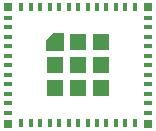
<source format=gbr>
%TF.GenerationSoftware,KiCad,Pcbnew,9.0.7*%
%TF.CreationDate,2026-02-08T13:13:29-05:00*%
%TF.ProjectId,esp32-pico,65737033-322d-4706-9963-6f2e6b696361,rev?*%
%TF.SameCoordinates,Original*%
%TF.FileFunction,Copper,L1,Top*%
%TF.FilePolarity,Positive*%
%FSLAX46Y46*%
G04 Gerber Fmt 4.6, Leading zero omitted, Abs format (unit mm)*
G04 Created by KiCad (PCBNEW 9.0.7) date 2026-02-08 13:13:29*
%MOMM*%
%LPD*%
G01*
G04 APERTURE LIST*
G04 Aperture macros list*
%AMFreePoly0*
4,1,14,0.728536,0.728536,0.730000,0.725000,0.730000,-0.725000,0.728536,-0.728536,0.725000,-0.730000,-0.725000,-0.730000,-0.728536,-0.728536,-0.730000,-0.725000,-0.730000,0.125000,-0.728536,0.128536,-0.128536,0.728536,-0.125000,0.730000,0.725000,0.730000,0.728536,0.728536,0.728536,0.728536,$1*%
G04 Aperture macros list end*
%TA.AperFunction,SMDPad,CuDef*%
%ADD10R,0.800000X0.400000*%
%TD*%
%TA.AperFunction,SMDPad,CuDef*%
%ADD11R,0.700000X0.700000*%
%TD*%
%TA.AperFunction,SMDPad,CuDef*%
%ADD12R,0.400000X0.800000*%
%TD*%
%TA.AperFunction,SMDPad,CuDef*%
%ADD13R,1.450000X1.450000*%
%TD*%
%TA.AperFunction,SMDPad,CuDef*%
%ADD14FreePoly0,0.000000*%
%TD*%
G04 APERTURE END LIST*
D10*
%TO.P,U1,1,GND*%
%TO.N,GND*%
X144150000Y-96050000D03*
%TO.P,U1,2,GND*%
X144150000Y-96850000D03*
%TO.P,U1,3,3V3*%
%TO.N,unconnected-(U1-3V3-Pad3)*%
X144150000Y-97650000D03*
%TO.P,U1,4,I36*%
%TO.N,unconnected-(U1-I36-Pad4)*%
X144150000Y-98450000D03*
%TO.P,U1,5,I37*%
%TO.N,unconnected-(U1-I37-Pad5)*%
X144150000Y-99250000D03*
%TO.P,U1,6,I38*%
%TO.N,unconnected-(U1-I38-Pad6)*%
X144150000Y-100050000D03*
%TO.P,U1,7,I39*%
%TO.N,unconnected-(U1-I39-Pad7)*%
X144150000Y-100850000D03*
%TO.P,U1,8,EN*%
%TO.N,unconnected-(U1-EN-Pad8)*%
X144150000Y-101650000D03*
%TO.P,U1,9,I34*%
%TO.N,unconnected-(U1-I34-Pad9)*%
X144150000Y-102450000D03*
%TO.P,U1,10,I35*%
%TO.N,unconnected-(U1-I35-Pad10)*%
X144150000Y-103250000D03*
%TO.P,U1,11,GND*%
%TO.N,GND*%
X144150000Y-104050000D03*
D11*
%TO.P,U1,53,GND*%
X144100000Y-95100000D03*
%TO.P,U1,52,GND*%
X144100000Y-105000000D03*
%TO.P,U1,50,GND*%
X156000000Y-95100000D03*
%TO.P,U1,51,GND*%
X156000000Y-105000000D03*
D10*
%TO.P,U1,35,IO21*%
%TO.N,unconnected-(U1-IO21-Pad35)*%
X155950000Y-96050000D03*
%TO.P,U1,34,IO22*%
%TO.N,unconnected-(U1-IO22-Pad34)*%
X155950000Y-96850000D03*
%TO.P,U1,33,IO19*%
%TO.N,unconnected-(U1-IO19-Pad33)*%
X155950000Y-97650000D03*
%TO.P,U1,32,NC*%
%TO.N,unconnected-(U1-NC-Pad32)*%
X155950000Y-98450000D03*
%TO.P,U1,31,TXD0*%
%TO.N,unconnected-(U1-TXD0-Pad31)*%
X155950000Y-99250000D03*
%TO.P,U1,30,RXD0*%
%TO.N,unconnected-(U1-RXD0-Pad30)*%
X155950000Y-100050000D03*
%TO.P,U1,29,IO5*%
%TO.N,unconnected-(U1-IO5-Pad29)*%
X155950000Y-100850000D03*
%TO.P,U1,28,IO8*%
%TO.N,unconnected-(U1-IO8-Pad28)*%
X155950000Y-101650000D03*
%TO.P,U1,27,IO7*%
%TO.N,unconnected-(U1-IO7-Pad27)*%
X155950000Y-102450000D03*
%TO.P,U1,26,IO20*%
%TO.N,unconnected-(U1-IO20-Pad26)*%
X155950000Y-103250000D03*
%TO.P,U1,25,NC*%
%TO.N,unconnected-(U1-NC-Pad25)*%
X155950000Y-104050000D03*
D12*
%TO.P,U1,12,IO32*%
%TO.N,unconnected-(U1-IO32-Pad12)*%
X145250000Y-104950000D03*
%TO.P,U1,13,IO33*%
%TO.N,unconnected-(U1-IO33-Pad13)*%
X146050000Y-104950000D03*
%TO.P,U1,14,GND*%
%TO.N,GND*%
X146850000Y-104950000D03*
%TO.P,U1,15,IO25*%
%TO.N,unconnected-(U1-IO25-Pad15)*%
X147650000Y-104950000D03*
%TO.P,U1,16,IO26*%
%TO.N,unconnected-(U1-IO26-Pad16)*%
X148450000Y-104950000D03*
%TO.P,U1,17,IO27*%
%TO.N,unconnected-(U1-IO27-Pad17)*%
X149250000Y-104950000D03*
%TO.P,U1,18,IO14*%
%TO.N,unconnected-(U1-IO14-Pad18)*%
X150050000Y-104950000D03*
%TO.P,U1,19,IO12*%
%TO.N,unconnected-(U1-IO12-Pad19)*%
X150850000Y-104950000D03*
%TO.P,U1,20,IO13*%
%TO.N,unconnected-(U1-IO13-Pad20)*%
X151650000Y-104950000D03*
%TO.P,U1,21,IO15*%
%TO.N,unconnected-(U1-IO15-Pad21)*%
X152450000Y-104950000D03*
%TO.P,U1,22,IO2*%
%TO.N,unconnected-(U1-IO2-Pad22)*%
X153250000Y-104950000D03*
%TO.P,U1,23,IO0*%
%TO.N,unconnected-(U1-IO0-Pad23)*%
X154050000Y-104950000D03*
%TO.P,U1,24,IO4*%
%TO.N,unconnected-(U1-IO4-Pad24)*%
X154850000Y-104950000D03*
%TO.P,U1,36,GND*%
%TO.N,GND*%
X154850000Y-95150000D03*
%TO.P,U1,37,GND*%
X154050000Y-95150000D03*
%TO.P,U1,38,GND*%
X153250000Y-95150000D03*
%TO.P,U1,39,GND*%
X152450000Y-95150000D03*
%TO.P,U1,40,GND*%
X151650000Y-95150000D03*
%TO.P,U1,41,GND*%
X150850000Y-95150000D03*
%TO.P,U1,42,GND*%
X150050000Y-95150000D03*
%TO.P,U1,43,GND*%
X149250000Y-95150000D03*
%TO.P,U1,44,GND*%
X148450000Y-95150000D03*
%TO.P,U1,45,GND*%
X147650000Y-95150000D03*
%TO.P,U1,46,GND*%
X146850000Y-95150000D03*
%TO.P,U1,47,GND*%
X146050000Y-95150000D03*
%TO.P,U1,48,GND*%
X145250000Y-95150000D03*
D13*
%TO.P,U1,49,GND*%
X150050000Y-100050000D03*
%TO.P,U1,54,GND*%
X148100000Y-100050000D03*
%TO.P,U1,55,GND*%
X148100000Y-102000000D03*
%TO.P,U1,56,GND*%
X150050000Y-102000000D03*
%TO.P,U1,57,GND*%
X152000000Y-102000000D03*
%TO.P,U1,58,GND*%
X152000000Y-100050000D03*
%TO.P,U1,59,GND*%
X152000000Y-98100000D03*
%TO.P,U1,60,GND*%
X150050000Y-98100000D03*
D14*
%TO.P,U1,61,GND*%
X148100000Y-98100000D03*
%TD*%
M02*

</source>
